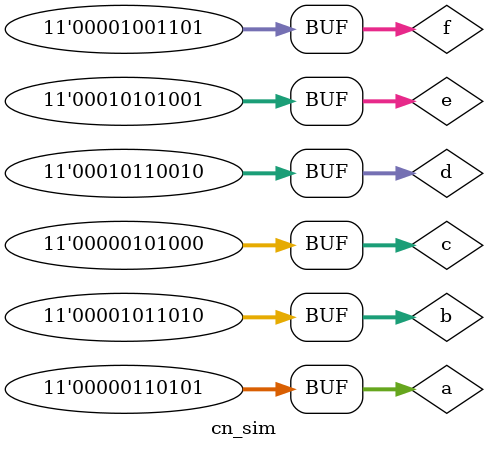
<source format=v>
`timescale 1ns / 1ps

module cn_sim;

	// Inputs
	reg [10:0] a;
	reg [10:0] b;
	reg [10:0] c;
	reg [10:0] d;
	reg [10:0] e;
	reg [10:0] f;

	// Outputs
	wire [10:0] r;
	wire [10:0] s;
	wire [10:0] t;
	wire [10:0] x;
	wire [10:0] y;
	wire [10:0] z;
	
	cn uut (
		.msg_in_1(a), 
		.msg_in_2(b), 
		.msg_in_3(c), 
		.msg_in_4(d), 
		.msg_in_5(e), 
		.msg_in_6(f),
		.msg_out_1(r),
		.msg_out_2(s),
		.msg_out_3(t),
		.msg_out_4(x),
		.msg_out_5(y),
		.msg_out_6(z)
	);
	
	initial begin
		// Initialize Inputs
		a = 0;
		b = 0;
		c = 0;
		d = 0;
		e = 0;
		f = 0;
		
		#10
		a = 8'b00110101;
		b = 8'b01011010;
		c = 8'b00101000;
		d = 8'b10110010;
		e = 8'b10101001;
		f = 8'b01001101;

	end
      
endmodule


</source>
